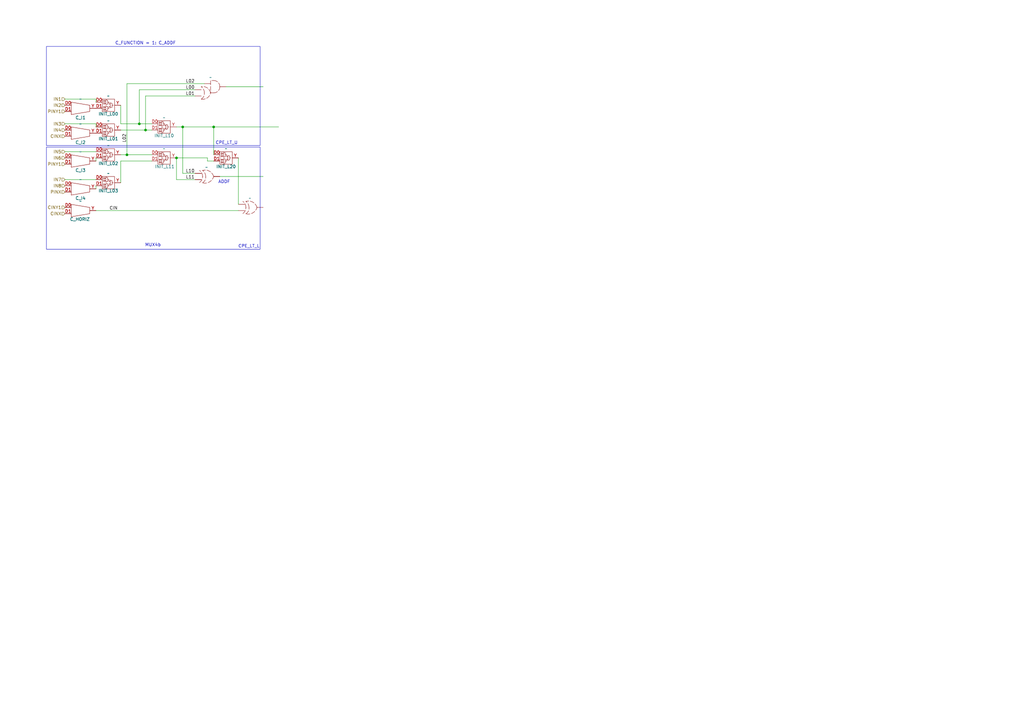
<source format=kicad_sch>
(kicad_sch
	(version 20250114)
	(generator "eeschema")
	(generator_version "9.0")
	(uuid "55858e3d-6709-4cfc-9891-60cca07c7250")
	(paper "A3")
	(title_block
		(company "YosysHQ")
	)
	(lib_symbols
		(symbol "XOR_1"
			(exclude_from_sim no)
			(in_bom yes)
			(on_board yes)
			(property "Reference" "U"
				(at 0 0 0)
				(effects
					(font
						(size 1.27 1.27)
					)
				)
			)
			(property "Value" ""
				(at 0 0 0)
				(effects
					(font
						(size 1.27 1.27)
					)
				)
			)
			(property "Footprint" ""
				(at 0 0 0)
				(effects
					(font
						(size 1.27 1.27)
					)
					(hide yes)
				)
			)
			(property "Datasheet" ""
				(at 0 0 0)
				(effects
					(font
						(size 1.27 1.27)
					)
					(hide yes)
				)
			)
			(property "Description" ""
				(at 0 0 0)
				(effects
					(font
						(size 1.27 1.27)
					)
					(hide yes)
				)
			)
			(symbol "XOR_1_1_1"
				(arc
					(start -3.2746 2.4902)
					(mid -2.3289 1.3755)
					(end -2.0046 -0.0498)
					(stroke
						(width 0)
						(type dash)
					)
					(fill
						(type none)
					)
				)
				(arc
					(start -2.0046 0.0498)
					(mid -2.3289 -1.3755)
					(end -3.2746 -2.4902)
					(stroke
						(width 0)
						(type dash)
					)
					(fill
						(type none)
					)
				)
				(arc
					(start -2.005 2.49)
					(mid -1.0593 1.3753)
					(end -0.735 -0.05)
					(stroke
						(width 0)
						(type dash)
					)
					(fill
						(type none)
					)
				)
				(arc
					(start -0.735 -0.05)
					(mid -1.0075 -1.5013)
					(end -2.005 -2.59)
					(stroke
						(width 0)
						(type dash)
					)
					(fill
						(type none)
					)
				)
				(arc
					(start 2.54 0)
					(mid 0.8038 -2.2363)
					(end -2.0052 -2.5898)
					(stroke
						(width 0)
						(type dash)
					)
					(fill
						(type none)
					)
				)
				(arc
					(start -2.0052 2.4898)
					(mid 0.7831 2.1863)
					(end 2.54 0)
					(stroke
						(width 0)
						(type dash)
					)
					(fill
						(type none)
					)
				)
				(pin input line
					(at -5.08 1.27 0)
					(length 2.54)
					(name ""
						(effects
							(font
								(size 1.27 1.27)
							)
						)
					)
					(number ""
						(effects
							(font
								(size 1.27 1.27)
							)
						)
					)
				)
				(pin input line
					(at -5.08 -1.27 0)
					(length 2.54)
					(name ""
						(effects
							(font
								(size 1.27 1.27)
							)
						)
					)
					(number ""
						(effects
							(font
								(size 1.27 1.27)
							)
						)
					)
				)
				(pin input line
					(at 5.08 0 180)
					(length 2.54)
					(name ""
						(effects
							(font
								(size 1.27 1.27)
							)
						)
					)
					(number ""
						(effects
							(font
								(size 1.27 1.27)
							)
						)
					)
				)
			)
			(embedded_fonts no)
		)
		(symbol "peppercorn:AO21"
			(exclude_from_sim no)
			(in_bom yes)
			(on_board yes)
			(property "Reference" "U"
				(at 0 0 0)
				(effects
					(font
						(size 1.27 1.27)
					)
				)
			)
			(property "Value" ""
				(at 0 0 0)
				(effects
					(font
						(size 1.27 1.27)
					)
				)
			)
			(property "Footprint" ""
				(at 0 0 0)
				(effects
					(font
						(size 1.27 1.27)
					)
					(hide yes)
				)
			)
			(property "Datasheet" ""
				(at 0 0 0)
				(effects
					(font
						(size 1.27 1.27)
					)
					(hide yes)
				)
			)
			(property "Description" ""
				(at 0 0 0)
				(effects
					(font
						(size 1.27 1.27)
					)
					(hide yes)
				)
			)
			(symbol "AO21_1_1"
				(arc
					(start -1.27 2.54)
					(mid -0.3243 1.4253)
					(end 0 0)
					(stroke
						(width 0)
						(type dash)
					)
					(fill
						(type none)
					)
				)
				(arc
					(start 0 0)
					(mid -0.2725 -1.4513)
					(end -1.27 -2.54)
					(stroke
						(width 0)
						(type dash)
					)
					(fill
						(type none)
					)
				)
				(arc
					(start -1.2702 2.5398)
					(mid 1.1609 2.059)
					(end 2.54 0)
					(stroke
						(width 0)
						(type dash)
					)
					(fill
						(type none)
					)
				)
				(arc
					(start 2.54 0)
					(mid 1.161 -2.0591)
					(end -1.2702 -2.5398)
					(stroke
						(width 0)
						(type dash)
					)
					(fill
						(type none)
					)
				)
				(arc
					(start 3.81 5.08)
					(mid 5.6061 4.3361)
					(end 6.35 2.54)
					(stroke
						(width 0)
						(type dash)
					)
					(fill
						(type none)
					)
				)
				(arc
					(start 6.35 2.54)
					(mid 5.6061 0.7439)
					(end 3.81 0)
					(stroke
						(width 0)
						(type dash)
					)
					(fill
						(type none)
					)
				)
				(polyline
					(pts
						(xy 3.81 0) (xy 2.54 0) (xy 2.54 5.08) (xy 3.81 5.08)
					)
					(stroke
						(width 0)
						(type dash)
					)
					(fill
						(type none)
					)
				)
				(pin input line
					(at -3.81 1.27 0)
					(length 2.54)
					(name ""
						(effects
							(font
								(size 1.27 1.27)
							)
						)
					)
					(number ""
						(effects
							(font
								(size 1.27 1.27)
							)
						)
					)
				)
				(pin input line
					(at -3.81 -1.27 0)
					(length 2.54)
					(name ""
						(effects
							(font
								(size 1.27 1.27)
							)
						)
					)
					(number ""
						(effects
							(font
								(size 1.27 1.27)
							)
						)
					)
				)
				(pin input line
					(at 0 3.81 0)
					(length 2.54)
					(name ""
						(effects
							(font
								(size 1.27 1.27)
							)
						)
					)
					(number ""
						(effects
							(font
								(size 1.27 1.27)
							)
						)
					)
				)
				(pin output line
					(at 8.89 2.54 180)
					(length 2.54)
					(name ""
						(effects
							(font
								(size 1.27 1.27)
							)
						)
					)
					(number ""
						(effects
							(font
								(size 1.27 1.27)
							)
						)
					)
				)
			)
			(embedded_fonts no)
		)
		(symbol "peppercorn:LUT2"
			(exclude_from_sim no)
			(in_bom yes)
			(on_board yes)
			(property "Reference" "L"
				(at 0 3.556 0)
				(effects
					(font
						(size 1.27 1.27)
					)
				)
			)
			(property "Value" ""
				(at 0 0 0)
				(effects
					(font
						(size 1.27 1.27)
					)
				)
			)
			(property "Footprint" ""
				(at 0 0 0)
				(effects
					(font
						(size 1.27 1.27)
					)
					(hide yes)
				)
			)
			(property "Datasheet" ""
				(at 0 0 0)
				(effects
					(font
						(size 1.27 1.27)
					)
					(hide yes)
				)
			)
			(property "Description" ""
				(at 0 0 0)
				(effects
					(font
						(size 1.27 1.27)
					)
					(hide yes)
				)
			)
			(symbol "LUT2_0_1"
				(rectangle
					(start -2.54 2.54)
					(end 2.54 -2.54)
					(stroke
						(width 0)
						(type default)
					)
					(fill
						(type none)
					)
				)
				(rectangle
					(start -2.032 2.032)
					(end -1.524 1.524)
					(stroke
						(width 0)
						(type default)
					)
					(fill
						(type none)
					)
				)
				(rectangle
					(start -2.032 1.016)
					(end -1.524 0.508)
					(stroke
						(width 0)
						(type default)
					)
					(fill
						(type none)
					)
				)
				(rectangle
					(start -2.032 -0.508)
					(end -1.524 -1.016)
					(stroke
						(width 0)
						(type default)
					)
					(fill
						(type none)
					)
				)
				(rectangle
					(start -2.032 -1.524)
					(end -1.524 -2.032)
					(stroke
						(width 0)
						(type default)
					)
					(fill
						(type none)
					)
				)
				(polyline
					(pts
						(xy -1.524 1.778) (xy -1.016 1.778)
					)
					(stroke
						(width 0)
						(type default)
					)
					(fill
						(type none)
					)
				)
				(polyline
					(pts
						(xy -1.524 0.762) (xy -1.016 0.762)
					)
					(stroke
						(width 0)
						(type default)
					)
					(fill
						(type none)
					)
				)
				(polyline
					(pts
						(xy -1.524 -0.762) (xy -1.016 -0.762)
					)
					(stroke
						(width 0)
						(type default)
					)
					(fill
						(type none)
					)
				)
				(polyline
					(pts
						(xy -1.524 -1.778) (xy -1.016 -1.778)
					)
					(stroke
						(width 0)
						(type default)
					)
					(fill
						(type none)
					)
				)
				(polyline
					(pts
						(xy -1.016 0.254) (xy -1.016 2.286) (xy -0.254 2.032) (xy -0.254 0.508) (xy -1.016 0.254)
					)
					(stroke
						(width 0)
						(type default)
					)
					(fill
						(type none)
					)
				)
				(polyline
					(pts
						(xy -1.016 -0.254) (xy -1.016 -2.286) (xy -0.254 -2.032) (xy -0.254 -0.508) (xy -1.016 -0.254)
					)
					(stroke
						(width 0)
						(type default)
					)
					(fill
						(type none)
					)
				)
				(polyline
					(pts
						(xy -0.254 1.27) (xy 0.254 1.27) (xy 0.254 0.508) (xy 0.762 0.508)
					)
					(stroke
						(width 0)
						(type default)
					)
					(fill
						(type none)
					)
				)
				(polyline
					(pts
						(xy -0.254 -1.27) (xy 0.254 -1.27) (xy 0.254 -0.508) (xy 0.762 -0.508)
					)
					(stroke
						(width 0)
						(type default)
					)
					(fill
						(type none)
					)
				)
				(polyline
					(pts
						(xy 0.762 -1.016) (xy 0.762 1.016) (xy 1.524 0.762) (xy 1.524 -0.762) (xy 0.762 -1.016)
					)
					(stroke
						(width 0)
						(type default)
					)
					(fill
						(type none)
					)
				)
				(polyline
					(pts
						(xy 1.524 0) (xy 2.032 0)
					)
					(stroke
						(width 0)
						(type default)
					)
					(fill
						(type none)
					)
				)
			)
			(symbol "LUT2_1_1"
				(pin input line
					(at -5.08 1.27 0)
					(length 2.54)
					(name ""
						(effects
							(font
								(size 1.27 1.27)
							)
						)
					)
					(number "D0"
						(effects
							(font
								(size 1.27 1.27)
							)
						)
					)
				)
				(pin input line
					(at -5.08 -1.27 0)
					(length 2.54)
					(name ""
						(effects
							(font
								(size 1.27 1.27)
							)
						)
					)
					(number "D1"
						(effects
							(font
								(size 1.27 1.27)
							)
						)
					)
				)
				(pin output line
					(at 5.08 0 180)
					(length 2.54)
					(name ""
						(effects
							(font
								(size 1.27 1.27)
							)
						)
					)
					(number "Y"
						(effects
							(font
								(size 1.27 1.27)
							)
						)
					)
				)
			)
			(embedded_fonts no)
		)
		(symbol "peppercorn:MUX2B"
			(exclude_from_sim no)
			(in_bom yes)
			(on_board yes)
			(property "Reference" "C"
				(at 0 -3.81 0)
				(effects
					(font
						(size 1.27 1.27)
					)
				)
			)
			(property "Value" ""
				(at 0 0 0)
				(effects
					(font
						(size 1.27 1.27)
					)
				)
			)
			(property "Footprint" ""
				(at 0 0 0)
				(effects
					(font
						(size 1.27 1.27)
					)
					(hide yes)
				)
			)
			(property "Datasheet" ""
				(at 0 0 0)
				(effects
					(font
						(size 1.27 1.27)
					)
					(hide yes)
				)
			)
			(property "Description" ""
				(at 0 0 0)
				(effects
					(font
						(size 1.27 1.27)
					)
					(hide yes)
				)
			)
			(symbol "MUX2B_0_1"
				(polyline
					(pts
						(xy -3.81 -2.54) (xy -3.81 2.54) (xy 3.81 1.27) (xy 3.81 -1.27) (xy -3.81 -2.54)
					)
					(stroke
						(width 0)
						(type default)
					)
					(fill
						(type none)
					)
				)
			)
			(symbol "MUX2B_1_1"
				(pin input line
					(at -6.35 1.27 0)
					(length 2.54)
					(name ""
						(effects
							(font
								(size 1.27 1.27)
							)
						)
					)
					(number "D0"
						(effects
							(font
								(size 1.27 1.27)
							)
						)
					)
				)
				(pin input line
					(at -6.35 -1.27 0)
					(length 2.54)
					(name ""
						(effects
							(font
								(size 1.27 1.27)
							)
						)
					)
					(number "D1"
						(effects
							(font
								(size 1.27 1.27)
							)
						)
					)
				)
				(pin output line
					(at 6.35 0 180)
					(length 2.54)
					(name ""
						(effects
							(font
								(size 1.27 1.27)
							)
						)
					)
					(number "Y"
						(effects
							(font
								(size 1.27 1.27)
							)
						)
					)
				)
			)
			(embedded_fonts no)
		)
		(symbol "peppercorn:XOR"
			(exclude_from_sim no)
			(in_bom yes)
			(on_board yes)
			(property "Reference" "U"
				(at 0 0 0)
				(effects
					(font
						(size 1.27 1.27)
					)
				)
			)
			(property "Value" ""
				(at 0 0 0)
				(effects
					(font
						(size 1.27 1.27)
					)
				)
			)
			(property "Footprint" ""
				(at 0 0 0)
				(effects
					(font
						(size 1.27 1.27)
					)
					(hide yes)
				)
			)
			(property "Datasheet" ""
				(at 0 0 0)
				(effects
					(font
						(size 1.27 1.27)
					)
					(hide yes)
				)
			)
			(property "Description" ""
				(at 0 0 0)
				(effects
					(font
						(size 1.27 1.27)
					)
					(hide yes)
				)
			)
			(symbol "XOR_1_1"
				(arc
					(start -3.2746 2.4902)
					(mid -2.3289 1.3755)
					(end -2.0046 -0.0498)
					(stroke
						(width 0)
						(type dash)
					)
					(fill
						(type none)
					)
				)
				(arc
					(start -2.0046 0.0498)
					(mid -2.3289 -1.3755)
					(end -3.2746 -2.4902)
					(stroke
						(width 0)
						(type dash)
					)
					(fill
						(type none)
					)
				)
				(arc
					(start -2.005 2.49)
					(mid -1.0593 1.3753)
					(end -0.735 -0.05)
					(stroke
						(width 0)
						(type dash)
					)
					(fill
						(type none)
					)
				)
				(arc
					(start -0.735 -0.05)
					(mid -1.0075 -1.5013)
					(end -2.005 -2.59)
					(stroke
						(width 0)
						(type dash)
					)
					(fill
						(type none)
					)
				)
				(arc
					(start 2.54 0)
					(mid 0.8038 -2.2363)
					(end -2.0052 -2.5898)
					(stroke
						(width 0)
						(type dash)
					)
					(fill
						(type none)
					)
				)
				(arc
					(start -2.0052 2.4898)
					(mid 0.7831 2.1863)
					(end 2.54 0)
					(stroke
						(width 0)
						(type dash)
					)
					(fill
						(type none)
					)
				)
				(pin input line
					(at -5.08 1.27 0)
					(length 2.54)
					(name ""
						(effects
							(font
								(size 1.27 1.27)
							)
						)
					)
					(number ""
						(effects
							(font
								(size 1.27 1.27)
							)
						)
					)
				)
				(pin input line
					(at -5.08 -1.27 0)
					(length 2.54)
					(name ""
						(effects
							(font
								(size 1.27 1.27)
							)
						)
					)
					(number ""
						(effects
							(font
								(size 1.27 1.27)
							)
						)
					)
				)
				(pin input line
					(at 5.08 0 180)
					(length 2.54)
					(name ""
						(effects
							(font
								(size 1.27 1.27)
							)
						)
					)
					(number ""
						(effects
							(font
								(size 1.27 1.27)
							)
						)
					)
				)
			)
			(embedded_fonts no)
		)
	)
	(rectangle
		(start 19.05 60.325)
		(end 106.68 102.235)
		(stroke
			(width 0)
			(type default)
		)
		(fill
			(type none)
		)
		(uuid 173ddbfc-3e44-40fb-beb6-2f95f4aac105)
	)
	(rectangle
		(start 19.05 19.05)
		(end 106.68 59.69)
		(stroke
			(width 0)
			(type default)
		)
		(fill
			(type none)
		)
		(uuid 87edac5d-f2ac-409e-af72-be40ee50c23d)
	)
	(text "CPE_LT_L"
		(exclude_from_sim no)
		(at 102.108 101.092 0)
		(effects
			(font
				(size 1.27 1.27)
			)
		)
		(uuid "11e19b57-296d-4d78-99df-2bce1c96c498")
	)
	(text "MUX4b"
		(exclude_from_sim no)
		(at 62.738 100.584 0)
		(effects
			(font
				(size 1.27 1.27)
			)
		)
		(uuid "3159c57c-3eab-4376-a364-d4e7e8e9e715")
	)
	(text "CPE_LT_U"
		(exclude_from_sim no)
		(at 92.964 58.674 0)
		(effects
			(font
				(size 1.27 1.27)
			)
		)
		(uuid "810e49c8-9b70-4e98-931e-cd7e37ed4c86")
	)
	(text "C_FUNCTION = 1: C_ADDF"
		(exclude_from_sim no)
		(at 59.69 17.78 0)
		(effects
			(font
				(size 1.27 1.27)
			)
		)
		(uuid "85cde162-70e2-4938-b2a5-efffbd9335d6")
	)
	(text "ADDF"
		(exclude_from_sim no)
		(at 91.948 74.676 0)
		(effects
			(font
				(size 1.27 1.27)
			)
		)
		(uuid "9f96c5f3-20ea-43fe-80d7-4ca09de21429")
	)
	(junction
		(at 57.15 50.8)
		(diameter 0)
		(color 0 0 0 0)
		(uuid "04a43ce2-1aa4-4ed6-b079-0dd16b2072ea")
	)
	(junction
		(at 72.39 64.77)
		(diameter 0)
		(color 0 0 0 0)
		(uuid "187756a9-597d-45f6-a180-1b6ac3929bae")
	)
	(junction
		(at 87.63 52.07)
		(diameter 0)
		(color 0 0 0 0)
		(uuid "1b26f3fc-3d20-4cbe-ab09-39da723bb5de")
	)
	(junction
		(at 52.07 63.5)
		(diameter 0)
		(color 0 0 0 0)
		(uuid "488cd6a5-24a8-4772-a3f3-ecdaec4a5a58")
	)
	(junction
		(at 74.93 52.07)
		(diameter 0)
		(color 0 0 0 0)
		(uuid "71fead04-5c7f-4a11-858f-36b2c226234b")
	)
	(junction
		(at 59.69 53.34)
		(diameter 0)
		(color 0 0 0 0)
		(uuid "fda50caa-8a4b-4098-836e-e0175e7c5873")
	)
	(wire
		(pts
			(xy 49.53 66.04) (xy 62.23 66.04)
		)
		(stroke
			(width 0)
			(type default)
		)
		(uuid "0002c804-950d-4e90-a314-4177918a59e5")
	)
	(wire
		(pts
			(xy 72.39 64.77) (xy 85.09 64.77)
		)
		(stroke
			(width 0)
			(type default)
		)
		(uuid "10296770-5f00-4c49-90b9-7fe6fd8dc549")
	)
	(wire
		(pts
			(xy 59.69 53.34) (xy 62.23 53.34)
		)
		(stroke
			(width 0)
			(type default)
		)
		(uuid "10c1da1a-e323-4d9e-a0db-59fcbf5cb0e6")
	)
	(wire
		(pts
			(xy 74.93 71.12) (xy 74.93 52.07)
		)
		(stroke
			(width 0)
			(type default)
		)
		(uuid "2393ebac-5dcf-4cbb-b2c2-08fbfb0208e9")
	)
	(wire
		(pts
			(xy 72.39 52.07) (xy 74.93 52.07)
		)
		(stroke
			(width 0)
			(type default)
		)
		(uuid "249c24bc-6b1b-42ea-9c5d-40ae2b1a4777")
	)
	(wire
		(pts
			(xy 26.67 73.66) (xy 39.37 73.66)
		)
		(stroke
			(width 0)
			(type default)
		)
		(uuid "2d43c7be-8eaf-456d-8915-765da8b06d05")
	)
	(wire
		(pts
			(xy 74.93 52.07) (xy 87.63 52.07)
		)
		(stroke
			(width 0)
			(type default)
		)
		(uuid "2dd1475f-cf93-4b6f-b20f-0b108a2af13e")
	)
	(wire
		(pts
			(xy 39.37 86.36) (xy 97.79 86.36)
		)
		(stroke
			(width 0)
			(type default)
		)
		(uuid "2fcc1301-4df5-46cf-996f-32a74168714e")
	)
	(wire
		(pts
			(xy 85.09 64.77) (xy 85.09 66.04)
		)
		(stroke
			(width 0)
			(type default)
		)
		(uuid "36a686df-d347-4fb9-b360-731f9650ca43")
	)
	(wire
		(pts
			(xy 74.93 71.12) (xy 80.01 71.12)
		)
		(stroke
			(width 0)
			(type default)
		)
		(uuid "40c5cccf-9c20-464d-a6d6-01f497416140")
	)
	(wire
		(pts
			(xy 59.69 53.34) (xy 59.69 39.37)
		)
		(stroke
			(width 0)
			(type default)
		)
		(uuid "424fa4f5-0035-49cd-98c5-904c456a83c1")
	)
	(wire
		(pts
			(xy 92.71 35.56) (xy 107.95 35.56)
		)
		(stroke
			(width 0)
			(type default)
		)
		(uuid "4262c950-0264-4421-960b-9420a9300959")
	)
	(wire
		(pts
			(xy 97.79 64.77) (xy 97.79 83.82)
		)
		(stroke
			(width 0)
			(type default)
		)
		(uuid "4fcf8f79-a937-4f6e-94fd-e1b98e60552e")
	)
	(wire
		(pts
			(xy 26.67 50.8) (xy 39.37 50.8)
		)
		(stroke
			(width 0)
			(type default)
		)
		(uuid "5d4a81d3-82f2-4ef9-8af2-deaeca165522")
	)
	(wire
		(pts
			(xy 49.53 74.93) (xy 49.53 66.04)
		)
		(stroke
			(width 0)
			(type default)
		)
		(uuid "62249899-ef45-47dc-9814-2a9c5ee1d97b")
	)
	(wire
		(pts
			(xy 26.67 62.23) (xy 39.37 62.23)
		)
		(stroke
			(width 0)
			(type default)
		)
		(uuid "6ded0ef8-24b5-472b-8813-6497d4cf9d3a")
	)
	(wire
		(pts
			(xy 87.63 52.07) (xy 87.63 63.5)
		)
		(stroke
			(width 0)
			(type default)
		)
		(uuid "6ffbb30c-6b51-4ca5-a126-29a5bbdbb986")
	)
	(wire
		(pts
			(xy 39.37 50.8) (xy 39.37 52.07)
		)
		(stroke
			(width 0)
			(type default)
		)
		(uuid "77a9a308-21b4-4106-adf7-1acf1760e68a")
	)
	(wire
		(pts
			(xy 49.53 50.8) (xy 57.15 50.8)
		)
		(stroke
			(width 0)
			(type default)
		)
		(uuid "7ab145e1-6322-475f-8b34-3474c89d5a19")
	)
	(wire
		(pts
			(xy 26.67 40.64) (xy 39.37 40.64)
		)
		(stroke
			(width 0)
			(type default)
		)
		(uuid "7c6ec8d5-1931-4b49-aabd-5c02b865982b")
	)
	(wire
		(pts
			(xy 39.37 40.64) (xy 39.37 41.91)
		)
		(stroke
			(width 0)
			(type default)
		)
		(uuid "854fa559-f850-46b7-9500-1163941409b8")
	)
	(wire
		(pts
			(xy 39.37 76.2) (xy 39.37 77.47)
		)
		(stroke
			(width 0)
			(type default)
		)
		(uuid "8ab64e50-4ab3-4fe9-b693-4d52873cf516")
	)
	(wire
		(pts
			(xy 57.15 50.8) (xy 62.23 50.8)
		)
		(stroke
			(width 0)
			(type default)
		)
		(uuid "8cf3cc4e-459c-4af5-b7b5-7550117b87b8")
	)
	(wire
		(pts
			(xy 49.53 53.34) (xy 59.69 53.34)
		)
		(stroke
			(width 0)
			(type default)
		)
		(uuid "959cd35f-e7b5-41cf-b684-d25c3e58e509")
	)
	(wire
		(pts
			(xy 57.15 50.8) (xy 57.15 36.83)
		)
		(stroke
			(width 0)
			(type default)
		)
		(uuid "96a3d2ac-d1c4-4238-9af0-8745e0e97e4f")
	)
	(wire
		(pts
			(xy 57.15 36.83) (xy 80.01 36.83)
		)
		(stroke
			(width 0)
			(type default)
		)
		(uuid "99c3f2ca-5017-466f-b314-df02fe6e4f15")
	)
	(wire
		(pts
			(xy 85.09 66.04) (xy 87.63 66.04)
		)
		(stroke
			(width 0)
			(type default)
		)
		(uuid "9abe62f2-4689-44e1-8f36-d76d6670e493")
	)
	(wire
		(pts
			(xy 80.01 73.66) (xy 72.39 73.66)
		)
		(stroke
			(width 0)
			(type default)
		)
		(uuid "a65a9f6d-dae1-4952-a9fe-1059fbf44604")
	)
	(wire
		(pts
			(xy 52.07 34.29) (xy 52.07 63.5)
		)
		(stroke
			(width 0)
			(type default)
		)
		(uuid "a939fcfd-c84d-4f19-8cdc-54a86b83e544")
	)
	(wire
		(pts
			(xy 59.69 39.37) (xy 80.01 39.37)
		)
		(stroke
			(width 0)
			(type default)
		)
		(uuid "c0a7cc9a-9a0d-4639-a076-b3ffed653882")
	)
	(wire
		(pts
			(xy 39.37 64.77) (xy 39.37 66.04)
		)
		(stroke
			(width 0)
			(type default)
		)
		(uuid "c3d955da-0341-4d68-adb6-2a06c15598a8")
	)
	(wire
		(pts
			(xy 52.07 34.29) (xy 83.82 34.29)
		)
		(stroke
			(width 0)
			(type default)
		)
		(uuid "ca5524b2-43bc-4a07-be36-23b0660fb946")
	)
	(wire
		(pts
			(xy 72.39 73.66) (xy 72.39 64.77)
		)
		(stroke
			(width 0)
			(type default)
		)
		(uuid "d1637835-ed8f-4ff4-a086-48e06d8ef3a6")
	)
	(wire
		(pts
			(xy 87.63 52.07) (xy 114.3 52.07)
		)
		(stroke
			(width 0)
			(type default)
		)
		(uuid "d630bc4f-26eb-4453-ae5f-562ebb8f06e2")
	)
	(wire
		(pts
			(xy 49.53 50.8) (xy 49.53 43.18)
		)
		(stroke
			(width 0)
			(type default)
		)
		(uuid "d868cce9-b4ef-4efe-aaf0-f6ab3f1de098")
	)
	(wire
		(pts
			(xy 90.17 72.39) (xy 107.95 72.39)
		)
		(stroke
			(width 0)
			(type default)
		)
		(uuid "dcb33480-be10-4b49-9fbb-bd88e83d64aa")
	)
	(wire
		(pts
			(xy 52.07 63.5) (xy 62.23 63.5)
		)
		(stroke
			(width 0)
			(type default)
		)
		(uuid "e788214d-9585-4c87-b940-22ea53c9d9e6")
	)
	(wire
		(pts
			(xy 49.53 63.5) (xy 52.07 63.5)
		)
		(stroke
			(width 0)
			(type default)
		)
		(uuid "e7d052db-2651-4bfa-b2de-b74d794c2740")
	)
	(label "L10"
		(at 76.2 71.12 0)
		(effects
			(font
				(size 1.27 1.27)
			)
			(justify left bottom)
		)
		(uuid "1dc8e180-1011-42ed-ae0b-2f13a5405592")
	)
	(label "L02"
		(at 52.07 58.42 90)
		(effects
			(font
				(size 1.27 1.27)
			)
			(justify left bottom)
		)
		(uuid "5defda5a-5577-46a2-a896-7e965ec9adf3")
	)
	(label "L02"
		(at 76.2 34.29 0)
		(effects
			(font
				(size 1.27 1.27)
			)
			(justify left bottom)
		)
		(uuid "64dbbe76-0c58-4309-9786-95f6e068eea0")
	)
	(label "CIN"
		(at 48.26 86.36 180)
		(effects
			(font
				(size 1.27 1.27)
			)
			(justify right bottom)
		)
		(uuid "93091208-21f8-461b-b3ac-acb53f3fc8b0")
	)
	(label "L11"
		(at 76.2 73.66 0)
		(effects
			(font
				(size 1.27 1.27)
			)
			(justify left bottom)
		)
		(uuid "9549a0ea-9181-4ba5-a0cd-af294fb61a74")
	)
	(label "L01"
		(at 76.2 39.37 0)
		(effects
			(font
				(size 1.27 1.27)
			)
			(justify left bottom)
		)
		(uuid "a3c3e5e3-9740-45b3-9919-c2f613e8ea0d")
	)
	(label "L00"
		(at 76.2 36.83 0)
		(effects
			(font
				(size 1.27 1.27)
			)
			(justify left bottom)
		)
		(uuid "fe602934-4abf-49ee-a228-6ab8649abec5")
	)
	(hierarchical_label "PINY1"
		(shape input)
		(at 26.67 67.31 180)
		(effects
			(font
				(size 1.27 1.27)
			)
			(justify right)
		)
		(uuid "1793a4df-38d8-4166-9690-1fe85f51697f")
	)
	(hierarchical_label "IN3"
		(shape input)
		(at 26.67 50.8 180)
		(effects
			(font
				(size 1.27 1.27)
			)
			(justify right)
		)
		(uuid "3df45406-586d-43a8-b9dc-0593ef849ecc")
	)
	(hierarchical_label "IN4"
		(shape input)
		(at 26.67 53.34 180)
		(effects
			(font
				(size 1.27 1.27)
			)
			(justify right)
		)
		(uuid "43d7f4fb-3f7c-4981-b4fe-8ae6fed14180")
	)
	(hierarchical_label "IN2"
		(shape input)
		(at 26.67 43.18 180)
		(effects
			(font
				(size 1.27 1.27)
			)
			(justify right)
		)
		(uuid "56251b73-9262-48fd-95e6-b3166793c9c4")
	)
	(hierarchical_label "IN8"
		(shape input)
		(at 26.67 76.2 180)
		(effects
			(font
				(size 1.27 1.27)
			)
			(justify right)
		)
		(uuid "62c89131-d8c2-4eb4-b52c-3fd971de849a")
	)
	(hierarchical_label "IN6"
		(shape input)
		(at 26.67 64.77 180)
		(effects
			(font
				(size 1.27 1.27)
			)
			(justify right)
		)
		(uuid "71bd9006-19bc-4611-ab24-9a7aa95a7e7e")
	)
	(hierarchical_label "IN7"
		(shape input)
		(at 26.67 73.66 180)
		(effects
			(font
				(size 1.27 1.27)
			)
			(justify right)
		)
		(uuid "9885d0f3-d382-4a81-90d4-7985c075fb0c")
	)
	(hierarchical_label "PINY1"
		(shape input)
		(at 26.67 45.72 180)
		(effects
			(font
				(size 1.27 1.27)
			)
			(justify right)
		)
		(uuid "af918ac3-df5b-4c52-85b7-ac1e46cf9112")
	)
	(hierarchical_label "IN5"
		(shape input)
		(at 26.67 62.23 180)
		(effects
			(font
				(size 1.27 1.27)
			)
			(justify right)
		)
		(uuid "b41b3dc8-4233-4bc0-a9c0-32a759f4e15b")
	)
	(hierarchical_label "CINX"
		(shape input)
		(at 26.67 87.63 180)
		(effects
			(font
				(size 1.27 1.27)
			)
			(justify right)
		)
		(uuid "ccb1d669-f8eb-4a76-82ae-5483470e4f5f")
	)
	(hierarchical_label "CINY1"
		(shape input)
		(at 26.67 85.09 180)
		(effects
			(font
				(size 1.27 1.27)
			)
			(justify right)
		)
		(uuid "ea2cdfa2-4bb9-4a4f-9f28-2b590166eb26")
	)
	(hierarchical_label "CINX"
		(shape input)
		(at 26.67 55.88 180)
		(effects
			(font
				(size 1.27 1.27)
			)
			(justify right)
		)
		(uuid "ec7ac47d-7ab8-478e-b18c-edd5b49f0f33")
	)
	(hierarchical_label "IN1"
		(shape input)
		(at 26.67 40.64 180)
		(effects
			(font
				(size 1.27 1.27)
			)
			(justify right)
		)
		(uuid "f22b434e-f2dd-41e1-9924-f2206c688b40")
	)
	(hierarchical_label "PINX"
		(shape input)
		(at 26.67 78.74 180)
		(effects
			(font
				(size 1.27 1.27)
			)
			(justify right)
		)
		(uuid "ff1c64bf-3228-4f0b-a82a-82bef053e4f3")
	)
	(symbol
		(lib_id "peppercorn:MUX2B")
		(at 33.02 66.04 0)
		(unit 1)
		(exclude_from_sim no)
		(in_bom yes)
		(on_board yes)
		(dnp no)
		(uuid "0387904d-beee-4f2e-a0fc-f85ccbceebf7")
		(property "Reference" "C_I3"
			(at 33.02 69.85 0)
			(effects
				(font
					(size 1.27 1.27)
				)
			)
		)
		(property "Value" "~"
			(at 33.02 62.23 0)
			(effects
				(font
					(size 1.27 1.27)
				)
			)
		)
		(property "Footprint" ""
			(at 33.02 66.04 0)
			(effects
				(font
					(size 1.27 1.27)
				)
				(hide yes)
			)
		)
		(property "Datasheet" ""
			(at 33.02 66.04 0)
			(effects
				(font
					(size 1.27 1.27)
				)
				(hide yes)
			)
		)
		(property "Description" ""
			(at 33.02 66.04 0)
			(effects
				(font
					(size 1.27 1.27)
				)
				(hide yes)
			)
		)
		(pin "D1"
			(uuid "27631805-6587-4e4f-8bc2-bace4a785d89")
		)
		(pin "D0"
			(uuid "f8b26a55-e23a-45b9-8d5f-b8da71ef29c0")
		)
		(pin "Y"
			(uuid "4f2f809a-9152-465d-8df9-aee6ad4e093e")
		)
		(instances
			(project "prjpeppercorn"
				(path "/5a7723f7-3f6f-437e-b958-e402b06d3f54/cb769740-e0a9-4f3d-b622-ba158089ec4b/c7e1e454-4a3a-497b-82a6-da398b72cabb"
					(reference "C_I3")
					(unit 1)
				)
			)
		)
	)
	(symbol
		(lib_name "XOR_1")
		(lib_id "peppercorn:XOR")
		(at 102.87 85.09 0)
		(unit 1)
		(exclude_from_sim no)
		(in_bom yes)
		(on_board yes)
		(dnp no)
		(fields_autoplaced yes)
		(uuid "28bca7e7-c48d-46a3-a3c5-bb9273c7082c")
		(property "Reference" "U6"
			(at 102.5027 78.74 0)
			(effects
				(font
					(size 1.27 1.27)
				)
				(hide yes)
			)
		)
		(property "Value" "~"
			(at 102.5027 81.28 0)
			(effects
				(font
					(size 1.27 1.27)
				)
			)
		)
		(property "Footprint" ""
			(at 102.87 85.09 0)
			(effects
				(font
					(size 1.27 1.27)
				)
				(hide yes)
			)
		)
		(property "Datasheet" ""
			(at 102.87 85.09 0)
			(effects
				(font
					(size 1.27 1.27)
				)
				(hide yes)
			)
		)
		(property "Description" ""
			(at 102.87 85.09 0)
			(effects
				(font
					(size 1.27 1.27)
				)
				(hide yes)
			)
		)
		(pin ""
			(uuid "e52cb020-99f2-4c96-88d1-d2051ffcdabe")
		)
		(pin ""
			(uuid "4aa7fc7a-c415-4bf4-974c-bd253b294111")
		)
		(pin ""
			(uuid "f39fa83b-8c54-4c83-a0d9-7940b0120189")
		)
		(instances
			(project ""
				(path "/5a7723f7-3f6f-437e-b958-e402b06d3f54/cb769740-e0a9-4f3d-b622-ba158089ec4b/c7e1e454-4a3a-497b-82a6-da398b72cabb"
					(reference "U6")
					(unit 1)
				)
			)
		)
	)
	(symbol
		(lib_id "peppercorn:LUT2")
		(at 67.31 52.07 0)
		(unit 1)
		(exclude_from_sim no)
		(in_bom yes)
		(on_board yes)
		(dnp no)
		(uuid "3247861f-af72-46b4-a31b-3a6aebc37701")
		(property "Reference" "INIT_L10"
			(at 67.31 55.626 0)
			(effects
				(font
					(size 1.27 1.27)
				)
			)
		)
		(property "Value" "~"
			(at 67.31 48.26 0)
			(effects
				(font
					(size 1.27 1.27)
				)
			)
		)
		(property "Footprint" ""
			(at 67.31 52.07 0)
			(effects
				(font
					(size 1.27 1.27)
				)
				(hide yes)
			)
		)
		(property "Datasheet" ""
			(at 67.31 52.07 0)
			(effects
				(font
					(size 1.27 1.27)
				)
				(hide yes)
			)
		)
		(property "Description" ""
			(at 67.31 52.07 0)
			(effects
				(font
					(size 1.27 1.27)
				)
				(hide yes)
			)
		)
		(pin "Y"
			(uuid "ebde6c3c-7203-4278-aa12-ec604f2d8459")
		)
		(pin "D1"
			(uuid "2ff89f85-90c4-4994-81be-cc8486d77ca4")
		)
		(pin "D0"
			(uuid "085e6383-cbe3-45b0-9733-8d9f7e6788a8")
		)
		(instances
			(project "prjpeppercorn"
				(path "/5a7723f7-3f6f-437e-b958-e402b06d3f54/cb769740-e0a9-4f3d-b622-ba158089ec4b/c7e1e454-4a3a-497b-82a6-da398b72cabb"
					(reference "INIT_L10")
					(unit 1)
				)
			)
		)
	)
	(symbol
		(lib_id "peppercorn:MUX2B")
		(at 33.02 77.47 0)
		(unit 1)
		(exclude_from_sim no)
		(in_bom yes)
		(on_board yes)
		(dnp no)
		(uuid "3d6045ff-cc89-410a-827b-44f71e68740d")
		(property "Reference" "C_I4"
			(at 33.02 81.28 0)
			(effects
				(font
					(size 1.27 1.27)
				)
			)
		)
		(property "Value" "~"
			(at 33.02 73.66 0)
			(effects
				(font
					(size 1.27 1.27)
				)
			)
		)
		(property "Footprint" ""
			(at 33.02 77.47 0)
			(effects
				(font
					(size 1.27 1.27)
				)
				(hide yes)
			)
		)
		(property "Datasheet" ""
			(at 33.02 77.47 0)
			(effects
				(font
					(size 1.27 1.27)
				)
				(hide yes)
			)
		)
		(property "Description" ""
			(at 33.02 77.47 0)
			(effects
				(font
					(size 1.27 1.27)
				)
				(hide yes)
			)
		)
		(pin "D1"
			(uuid "a83698c9-3818-439c-86ed-4a4f2e0eac50")
		)
		(pin "D0"
			(uuid "f2dcc297-b7a2-461d-910c-31ef875b7f25")
		)
		(pin "Y"
			(uuid "c8ffb46f-ace8-44bf-9bd8-fc37d30a7510")
		)
		(instances
			(project "prjpeppercorn"
				(path "/5a7723f7-3f6f-437e-b958-e402b06d3f54/cb769740-e0a9-4f3d-b622-ba158089ec4b/c7e1e454-4a3a-497b-82a6-da398b72cabb"
					(reference "C_I4")
					(unit 1)
				)
			)
		)
	)
	(symbol
		(lib_id "peppercorn:LUT2")
		(at 44.45 43.18 0)
		(unit 1)
		(exclude_from_sim no)
		(in_bom yes)
		(on_board yes)
		(dnp no)
		(uuid "3e427dfa-84e7-4f2f-ade9-a606c917b2b1")
		(property "Reference" "INIT_L00"
			(at 44.45 46.736 0)
			(effects
				(font
					(size 1.27 1.27)
				)
			)
		)
		(property "Value" "~"
			(at 44.45 39.37 0)
			(effects
				(font
					(size 1.27 1.27)
				)
			)
		)
		(property "Footprint" ""
			(at 44.45 43.18 0)
			(effects
				(font
					(size 1.27 1.27)
				)
				(hide yes)
			)
		)
		(property "Datasheet" ""
			(at 44.45 43.18 0)
			(effects
				(font
					(size 1.27 1.27)
				)
				(hide yes)
			)
		)
		(property "Description" ""
			(at 44.45 43.18 0)
			(effects
				(font
					(size 1.27 1.27)
				)
				(hide yes)
			)
		)
		(pin "Y"
			(uuid "ea6b13aa-9cc5-46d0-8f67-39252ca1408d")
		)
		(pin "D1"
			(uuid "0d92403c-1b4b-4ac6-84dd-b85c932afabf")
		)
		(pin "D0"
			(uuid "e5fd170e-5277-4158-bafc-8b72ba4bf620")
		)
		(instances
			(project "prjpeppercorn"
				(path "/5a7723f7-3f6f-437e-b958-e402b06d3f54/cb769740-e0a9-4f3d-b622-ba158089ec4b/c7e1e454-4a3a-497b-82a6-da398b72cabb"
					(reference "INIT_L00")
					(unit 1)
				)
			)
		)
	)
	(symbol
		(lib_id "peppercorn:LUT2")
		(at 67.31 64.77 0)
		(unit 1)
		(exclude_from_sim no)
		(in_bom yes)
		(on_board yes)
		(dnp no)
		(uuid "48abf2b6-db5e-490f-bfdc-235c3df3891c")
		(property "Reference" "INIT_L11"
			(at 67.564 68.326 0)
			(effects
				(font
					(size 1.27 1.27)
				)
			)
		)
		(property "Value" "~"
			(at 67.31 60.96 0)
			(effects
				(font
					(size 1.27 1.27)
				)
			)
		)
		(property "Footprint" ""
			(at 67.31 64.77 0)
			(effects
				(font
					(size 1.27 1.27)
				)
				(hide yes)
			)
		)
		(property "Datasheet" ""
			(at 67.31 64.77 0)
			(effects
				(font
					(size 1.27 1.27)
				)
				(hide yes)
			)
		)
		(property "Description" ""
			(at 67.31 64.77 0)
			(effects
				(font
					(size 1.27 1.27)
				)
				(hide yes)
			)
		)
		(pin "Y"
			(uuid "3220a936-1cc4-49fa-b68d-dbdae8ba2f6f")
		)
		(pin "D1"
			(uuid "2d59cc41-8334-44bc-898e-64063c886d70")
		)
		(pin "D0"
			(uuid "74fa9af3-5858-472b-87a2-b6a889d18e88")
		)
		(instances
			(project "prjpeppercorn"
				(path "/5a7723f7-3f6f-437e-b958-e402b06d3f54/cb769740-e0a9-4f3d-b622-ba158089ec4b/c7e1e454-4a3a-497b-82a6-da398b72cabb"
					(reference "INIT_L11")
					(unit 1)
				)
			)
		)
	)
	(symbol
		(lib_id "peppercorn:LUT2")
		(at 92.71 64.77 0)
		(unit 1)
		(exclude_from_sim no)
		(in_bom yes)
		(on_board yes)
		(dnp no)
		(uuid "5459840c-a81e-4faf-b962-02cbb22c51c7")
		(property "Reference" "INIT_L20"
			(at 92.71 68.326 0)
			(effects
				(font
					(size 1.27 1.27)
				)
			)
		)
		(property "Value" "~"
			(at 92.71 60.96 0)
			(effects
				(font
					(size 1.27 1.27)
				)
			)
		)
		(property "Footprint" ""
			(at 92.71 64.77 0)
			(effects
				(font
					(size 1.27 1.27)
				)
				(hide yes)
			)
		)
		(property "Datasheet" ""
			(at 92.71 64.77 0)
			(effects
				(font
					(size 1.27 1.27)
				)
				(hide yes)
			)
		)
		(property "Description" ""
			(at 92.71 64.77 0)
			(effects
				(font
					(size 1.27 1.27)
				)
				(hide yes)
			)
		)
		(pin "Y"
			(uuid "a6e8879d-7358-4d44-93b9-62cb11ce95eb")
		)
		(pin "D1"
			(uuid "813b5d12-6198-4e00-9468-64d92e1473dd")
		)
		(pin "D0"
			(uuid "8a52491c-0475-4495-8850-bd8201a3e29a")
		)
		(instances
			(project "prjpeppercorn"
				(path "/5a7723f7-3f6f-437e-b958-e402b06d3f54/cb769740-e0a9-4f3d-b622-ba158089ec4b/c7e1e454-4a3a-497b-82a6-da398b72cabb"
					(reference "INIT_L20")
					(unit 1)
				)
			)
		)
	)
	(symbol
		(lib_id "peppercorn:AO21")
		(at 83.82 38.1 0)
		(unit 1)
		(exclude_from_sim no)
		(in_bom yes)
		(on_board yes)
		(dnp no)
		(fields_autoplaced yes)
		(uuid "852e6e91-f9a1-453a-b825-3812a9ea57b1")
		(property "Reference" "U7"
			(at 86.3599 29.21 0)
			(effects
				(font
					(size 1.27 1.27)
				)
				(hide yes)
			)
		)
		(property "Value" "~"
			(at 86.3599 31.75 0)
			(effects
				(font
					(size 1.27 1.27)
				)
			)
		)
		(property "Footprint" ""
			(at 83.82 38.1 0)
			(effects
				(font
					(size 1.27 1.27)
				)
				(hide yes)
			)
		)
		(property "Datasheet" ""
			(at 83.82 38.1 0)
			(effects
				(font
					(size 1.27 1.27)
				)
				(hide yes)
			)
		)
		(property "Description" ""
			(at 83.82 38.1 0)
			(effects
				(font
					(size 1.27 1.27)
				)
				(hide yes)
			)
		)
		(pin ""
			(uuid "aba34de6-f0e9-4f2f-9219-c0499e61ad38")
		)
		(pin ""
			(uuid "7735e0e0-65dd-4951-8cf0-29568a070248")
		)
		(pin ""
			(uuid "1337752a-acb4-46c2-a3ae-072ce889197c")
		)
		(pin ""
			(uuid "6ed2647a-1e95-4ea2-97c3-6c7b21e06bf9")
		)
		(instances
			(project "prjpeppercorn"
				(path "/5a7723f7-3f6f-437e-b958-e402b06d3f54/cb769740-e0a9-4f3d-b622-ba158089ec4b/c7e1e454-4a3a-497b-82a6-da398b72cabb"
					(reference "U7")
					(unit 1)
				)
			)
		)
	)
	(symbol
		(lib_id "peppercorn:XOR")
		(at 85.09 72.39 0)
		(unit 1)
		(exclude_from_sim no)
		(in_bom yes)
		(on_board yes)
		(dnp no)
		(fields_autoplaced yes)
		(uuid "8a701e3b-0d33-4828-970a-968a86b82e1e")
		(property "Reference" "U8"
			(at 84.7227 66.04 0)
			(effects
				(font
					(size 1.27 1.27)
				)
				(hide yes)
			)
		)
		(property "Value" "~"
			(at 84.7227 68.58 0)
			(effects
				(font
					(size 1.27 1.27)
				)
			)
		)
		(property "Footprint" ""
			(at 85.09 72.39 0)
			(effects
				(font
					(size 1.27 1.27)
				)
				(hide yes)
			)
		)
		(property "Datasheet" ""
			(at 85.09 72.39 0)
			(effects
				(font
					(size 1.27 1.27)
				)
				(hide yes)
			)
		)
		(property "Description" ""
			(at 85.09 72.39 0)
			(effects
				(font
					(size 1.27 1.27)
				)
				(hide yes)
			)
		)
		(pin ""
			(uuid "085fe0ca-0f8b-4900-9a51-08f37133c4d8")
		)
		(pin ""
			(uuid "0928ad73-6b51-4753-97ac-d38f86eead81")
		)
		(pin ""
			(uuid "5ecc73ac-a8f5-4870-9c74-398c3e6cfeff")
		)
		(instances
			(project "prjpeppercorn"
				(path "/5a7723f7-3f6f-437e-b958-e402b06d3f54/cb769740-e0a9-4f3d-b622-ba158089ec4b/c7e1e454-4a3a-497b-82a6-da398b72cabb"
					(reference "U8")
					(unit 1)
				)
			)
		)
	)
	(symbol
		(lib_id "peppercorn:MUX2B")
		(at 33.02 44.45 0)
		(unit 1)
		(exclude_from_sim no)
		(in_bom yes)
		(on_board yes)
		(dnp no)
		(uuid "8b54e2bb-929d-45d6-8974-57a94e9757d9")
		(property "Reference" "C_I1"
			(at 33.02 48.26 0)
			(effects
				(font
					(size 1.27 1.27)
				)
			)
		)
		(property "Value" "~"
			(at 33.02 40.64 0)
			(effects
				(font
					(size 1.27 1.27)
				)
			)
		)
		(property "Footprint" ""
			(at 33.02 44.45 0)
			(effects
				(font
					(size 1.27 1.27)
				)
				(hide yes)
			)
		)
		(property "Datasheet" ""
			(at 33.02 44.45 0)
			(effects
				(font
					(size 1.27 1.27)
				)
				(hide yes)
			)
		)
		(property "Description" ""
			(at 33.02 44.45 0)
			(effects
				(font
					(size 1.27 1.27)
				)
				(hide yes)
			)
		)
		(pin "D1"
			(uuid "cc615732-b4aa-4b32-8eb3-3c7da06d925a")
		)
		(pin "D0"
			(uuid "aba6693a-fdd5-4e23-b9a5-e7855ad4189e")
		)
		(pin "Y"
			(uuid "118551e9-38a3-4240-b469-d29fde9b69da")
		)
		(instances
			(project "prjpeppercorn"
				(path "/5a7723f7-3f6f-437e-b958-e402b06d3f54/cb769740-e0a9-4f3d-b622-ba158089ec4b/c7e1e454-4a3a-497b-82a6-da398b72cabb"
					(reference "C_I1")
					(unit 1)
				)
			)
		)
	)
	(symbol
		(lib_id "peppercorn:LUT2")
		(at 44.45 74.93 0)
		(unit 1)
		(exclude_from_sim no)
		(in_bom yes)
		(on_board yes)
		(dnp no)
		(uuid "92cc6cf1-6a97-4dfb-815c-8c03ccb58798")
		(property "Reference" "INIT_L03"
			(at 44.45 78.232 0)
			(effects
				(font
					(size 1.27 1.27)
				)
			)
		)
		(property "Value" "~"
			(at 44.45 71.12 0)
			(effects
				(font
					(size 1.27 1.27)
				)
			)
		)
		(property "Footprint" ""
			(at 44.45 74.93 0)
			(effects
				(font
					(size 1.27 1.27)
				)
				(hide yes)
			)
		)
		(property "Datasheet" ""
			(at 44.45 74.93 0)
			(effects
				(font
					(size 1.27 1.27)
				)
				(hide yes)
			)
		)
		(property "Description" ""
			(at 44.45 74.93 0)
			(effects
				(font
					(size 1.27 1.27)
				)
				(hide yes)
			)
		)
		(pin "Y"
			(uuid "8cd96309-f887-4990-95b6-092085fd27d0")
		)
		(pin "D1"
			(uuid "ee348ba0-269b-4e0f-8296-41d33cd5c986")
		)
		(pin "D0"
			(uuid "4ada21bd-eca1-4071-915d-2725366f48ba")
		)
		(instances
			(project "prjpeppercorn"
				(path "/5a7723f7-3f6f-437e-b958-e402b06d3f54/cb769740-e0a9-4f3d-b622-ba158089ec4b/c7e1e454-4a3a-497b-82a6-da398b72cabb"
					(reference "INIT_L03")
					(unit 1)
				)
			)
		)
	)
	(symbol
		(lib_id "peppercorn:MUX2B")
		(at 33.02 54.61 0)
		(unit 1)
		(exclude_from_sim no)
		(in_bom yes)
		(on_board yes)
		(dnp no)
		(uuid "a4cc535b-6eba-45cd-b96c-230645476521")
		(property "Reference" "C_I2"
			(at 33.02 58.42 0)
			(effects
				(font
					(size 1.27 1.27)
				)
			)
		)
		(property "Value" "~"
			(at 33.02 50.8 0)
			(effects
				(font
					(size 1.27 1.27)
				)
			)
		)
		(property "Footprint" ""
			(at 33.02 54.61 0)
			(effects
				(font
					(size 1.27 1.27)
				)
				(hide yes)
			)
		)
		(property "Datasheet" ""
			(at 33.02 54.61 0)
			(effects
				(font
					(size 1.27 1.27)
				)
				(hide yes)
			)
		)
		(property "Description" ""
			(at 33.02 54.61 0)
			(effects
				(font
					(size 1.27 1.27)
				)
				(hide yes)
			)
		)
		(pin "D1"
			(uuid "55bd5070-fb84-456a-8acb-d3f1edc32c43")
		)
		(pin "D0"
			(uuid "12173197-eab5-49bf-b17b-1e0beca934b4")
		)
		(pin "Y"
			(uuid "6db4e4fa-9123-4258-a9d5-d1a92229cafe")
		)
		(instances
			(project "prjpeppercorn"
				(path "/5a7723f7-3f6f-437e-b958-e402b06d3f54/cb769740-e0a9-4f3d-b622-ba158089ec4b/c7e1e454-4a3a-497b-82a6-da398b72cabb"
					(reference "C_I2")
					(unit 1)
				)
			)
		)
	)
	(symbol
		(lib_id "peppercorn:LUT2")
		(at 44.45 53.34 0)
		(unit 1)
		(exclude_from_sim no)
		(in_bom yes)
		(on_board yes)
		(dnp no)
		(uuid "a7d36038-0f1b-45d1-93a2-4c6b70a4b95d")
		(property "Reference" "INIT_L01"
			(at 44.45 56.896 0)
			(effects
				(font
					(size 1.27 1.27)
				)
			)
		)
		(property "Value" "~"
			(at 44.45 49.53 0)
			(effects
				(font
					(size 1.27 1.27)
				)
			)
		)
		(property "Footprint" ""
			(at 44.45 53.34 0)
			(effects
				(font
					(size 1.27 1.27)
				)
				(hide yes)
			)
		)
		(property "Datasheet" ""
			(at 44.45 53.34 0)
			(effects
				(font
					(size 1.27 1.27)
				)
				(hide yes)
			)
		)
		(property "Description" ""
			(at 44.45 53.34 0)
			(effects
				(font
					(size 1.27 1.27)
				)
				(hide yes)
			)
		)
		(pin "Y"
			(uuid "4ce9e115-3bb8-47b8-b46b-e2da3f9be6b0")
		)
		(pin "D1"
			(uuid "bbb23f29-4d74-400f-ac7d-01741bc7c14a")
		)
		(pin "D0"
			(uuid "c7c4c63d-4cea-4609-90a3-6655a5f4a1a2")
		)
		(instances
			(project "prjpeppercorn"
				(path "/5a7723f7-3f6f-437e-b958-e402b06d3f54/cb769740-e0a9-4f3d-b622-ba158089ec4b/c7e1e454-4a3a-497b-82a6-da398b72cabb"
					(reference "INIT_L01")
					(unit 1)
				)
			)
		)
	)
	(symbol
		(lib_id "peppercorn:LUT2")
		(at 44.45 63.5 0)
		(unit 1)
		(exclude_from_sim no)
		(in_bom yes)
		(on_board yes)
		(dnp no)
		(uuid "ccd92c8a-9ced-4c8a-94c9-c2b257ac16f4")
		(property "Reference" "INIT_L02"
			(at 44.45 67.056 0)
			(effects
				(font
					(size 1.27 1.27)
				)
			)
		)
		(property "Value" "~"
			(at 44.45 59.69 0)
			(effects
				(font
					(size 1.27 1.27)
				)
			)
		)
		(property "Footprint" ""
			(at 44.45 63.5 0)
			(effects
				(font
					(size 1.27 1.27)
				)
				(hide yes)
			)
		)
		(property "Datasheet" ""
			(at 44.45 63.5 0)
			(effects
				(font
					(size 1.27 1.27)
				)
				(hide yes)
			)
		)
		(property "Description" ""
			(at 44.45 63.5 0)
			(effects
				(font
					(size 1.27 1.27)
				)
				(hide yes)
			)
		)
		(pin "Y"
			(uuid "166e893d-e752-40f4-bd8c-8bc3ebee2fe9")
		)
		(pin "D1"
			(uuid "838ee17e-fa9f-45e0-a88f-2c114df406a6")
		)
		(pin "D0"
			(uuid "7f73fa44-ea47-4397-a6c6-31ebe6766ed9")
		)
		(instances
			(project "prjpeppercorn"
				(path "/5a7723f7-3f6f-437e-b958-e402b06d3f54/cb769740-e0a9-4f3d-b622-ba158089ec4b/c7e1e454-4a3a-497b-82a6-da398b72cabb"
					(reference "INIT_L02")
					(unit 1)
				)
			)
		)
	)
	(symbol
		(lib_id "peppercorn:MUX2B")
		(at 33.02 86.36 0)
		(unit 1)
		(exclude_from_sim no)
		(in_bom yes)
		(on_board yes)
		(dnp no)
		(uuid "deb845ef-6bab-47e5-ad92-e56240fecd25")
		(property "Reference" "C_HORIZ"
			(at 32.766 89.916 0)
			(effects
				(font
					(size 1.27 1.27)
				)
			)
		)
		(property "Value" "~"
			(at 33.02 82.55 0)
			(effects
				(font
					(size 1.27 1.27)
				)
			)
		)
		(property "Footprint" ""
			(at 33.02 86.36 0)
			(effects
				(font
					(size 1.27 1.27)
				)
				(hide yes)
			)
		)
		(property "Datasheet" ""
			(at 33.02 86.36 0)
			(effects
				(font
					(size 1.27 1.27)
				)
				(hide yes)
			)
		)
		(property "Description" ""
			(at 33.02 86.36 0)
			(effects
				(font
					(size 1.27 1.27)
				)
				(hide yes)
			)
		)
		(pin "D0"
			(uuid "0e725d65-59db-489c-a215-8286c48eea46")
		)
		(pin "D1"
			(uuid "fe73b675-db20-4ff2-a708-cc67d796ba53")
		)
		(pin "Y"
			(uuid "78e29c35-b4d4-4600-b769-fbc65f8a3532")
		)
		(instances
			(project "prjpeppercorn"
				(path "/5a7723f7-3f6f-437e-b958-e402b06d3f54/cb769740-e0a9-4f3d-b622-ba158089ec4b/c7e1e454-4a3a-497b-82a6-da398b72cabb"
					(reference "C_HORIZ")
					(unit 1)
				)
			)
		)
	)
)

</source>
